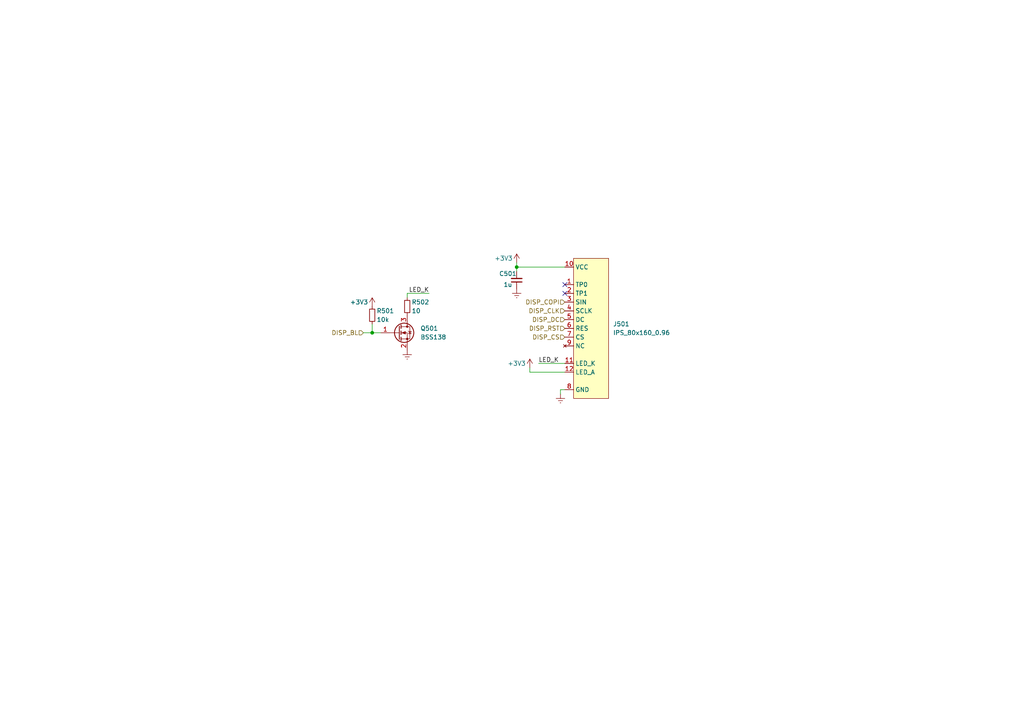
<source format=kicad_sch>
(kicad_sch (version 20211123) (generator eeschema)
  (paper "A4")
  (lib_symbols
    (symbol "Clock:IPS_80x160_0.96"
      (property "Reference" "J" (at 0 21.59 0))
      (property "Value" "IPS_80x160_0.96" (at 0 -21.59 0))
      (symbol "IPS_80x160_0.96_0_1"
        (rectangle (start -5.08 20.32) (end 5.08 -20.32) (fill (type background)))
      )
      (symbol "IPS_80x160_0.96_1_1"
        (pin input line (at -7.62 12.7 0) (length 2.54) (name "TP0") (number "1"))
        (pin input line (at -7.62 17.78 0) (length 2.54) (name "VCC") (number "10"))
        (pin input line (at -7.62 -10.16 0) (length 2.54) (name "LED_K") (number "11"))
        (pin input line (at -7.62 -12.7 0) (length 2.54) (name "LED_A") (number "12"))
        (pin input line (at -7.62 -17.78 0) (length 2.54) hide (name "GND") (number "13"))
        (pin input line (at -7.62 10.16 0) (length 2.54) (name "TP1") (number "2"))
        (pin input line (at -7.62 7.62 0) (length 2.54) (name "SIN") (number "3"))
        (pin input line (at -7.62 5.08 0) (length 2.54) (name "SCLK") (number "4"))
        (pin input line (at -7.62 2.54 0) (length 2.54) (name "DC") (number "5"))
        (pin input line (at -7.62 0 0) (length 2.54) (name "RES") (number "6"))
        (pin input line (at -7.62 -2.54 0) (length 2.54) (name "CS") (number "7"))
        (pin input line (at -7.62 -17.78 0) (length 2.54) (name "GND") (number "8"))
        (pin no_connect line (at -7.62 -5.08 0) (length 2.54) (name "NC") (number "9"))
      )
    )
    (symbol "Device:C_Small" (pin_numbers hide) (pin_names (offset 0.254) hide)
      (property "Reference" "C" (at 0.254 1.778 0))
      (property "Value" "C_Small" (at 0.254 -2.032 0))
      (symbol "C_Small_0_1"
        (polyline (pts (xy -1.524 -0.508) (xy 1.524 -0.508)) (stroke (width 0.3302)))
        (polyline (pts (xy -1.524 0.508) (xy 1.524 0.508)) (stroke (width 0.3048)))
      )
      (symbol "C_Small_1_1"
        (pin passive line (at 0 2.54 270) (length 2.032) (name "~") (number "1"))
        (pin passive line (at 0 -2.54 90) (length 2.032) (name "~") (number "2"))
      )
    )
    (symbol "Device:R_Small" (pin_numbers hide) (pin_names (offset 0.254) hide)
      (property "Reference" "R" (at 0.762 0.508 0))
      (property "Value" "R_Small" (at 0.762 -1.016 0))
      (symbol "R_Small_0_1"
        (rectangle (start -0.762 1.778) (end 0.762 -1.778) (stroke (width 0.2032)))
      )
      (symbol "R_Small_1_1"
        (pin passive line (at 0 2.54 270) (length 0.762) (name "~") (number "1"))
        (pin passive line (at 0 -2.54 90) (length 0.762) (name "~") (number "2"))
      )
    )
    (symbol "Transistor_FET:BSS138" (pin_names hide)
      (property "Reference" "Q" (at 5.08 1.905 0))
      (property "Value" "BSS138" (at 5.08 0 0))
      (symbol "BSS138_0_1"
        (polyline (pts (xy 0.254 0) (xy -2.54 0)))
        (polyline (pts (xy 0.254 1.905) (xy 0.254 -1.905)) (stroke (width 0.254)))
        (polyline (pts (xy 0.762 -1.27) (xy 0.762 -2.286)) (stroke (width 0.254)))
        (polyline (pts (xy 0.762 0.508) (xy 0.762 -0.508)) (stroke (width 0.254)))
        (polyline (pts (xy 0.762 2.286) (xy 0.762 1.27)) (stroke (width 0.254)))
        (polyline (pts (xy 2.54 2.54) (xy 2.54 1.778)))
        (polyline (pts (xy 2.54 -2.54) (xy 2.54 0) (xy 0.762 0)))
        (polyline (pts (xy 0.762 -1.778) (xy 3.302 -1.778) (xy 3.302 1.778) (xy 0.762 1.778)))
        (polyline (pts (xy 1.016 0) (xy 2.032 0.381) (xy 2.032 -0.381) (xy 1.016 0)) (fill (type outline)))
        (polyline (pts (xy 2.794 0.508) (xy 2.921 0.381) (xy 3.683 0.381) (xy 3.81 0.254)))
        (polyline (pts (xy 3.302 0.381) (xy 2.921 -0.254) (xy 3.683 -0.254) (xy 3.302 0.381)))
        (circle (center 1.651 0) (radius 2.794) (stroke (width 0.254)))
        (circle (center 2.54 -1.778) (radius 0.254) (fill (type outline)))
        (circle (center 2.54 1.778) (radius 0.254) (fill (type outline)))
      )
      (symbol "BSS138_1_1"
        (pin input line (at -5.08 0 0) (length 2.54) (name "G") (number "1"))
        (pin passive line (at 2.54 -5.08 90) (length 2.54) (name "S") (number "2"))
        (pin passive line (at 2.54 5.08 270) (length 2.54) (name "D") (number "3"))
      )
    )
    (symbol "power:+3V3" (power) (pin_names (offset 0))
      (property "Value" "+3V3" (at 0 3.556 0))
      (symbol "+3V3_0_1"
        (polyline (pts (xy -0.762 1.27) (xy 0 2.54)))
        (polyline (pts (xy 0 0) (xy 0 2.54)))
        (polyline (pts (xy 0 2.54) (xy 0.762 1.27)))
      )
      (symbol "+3V3_1_1"
        (pin power_in line (at 0 0 90) (length 0) hide (name "+3V3") (number "1"))
      )
    )
    (symbol "power:Earth" (power) (pin_names (offset 0))
      (symbol "Earth_0_1"
        (polyline (pts (xy -0.635 -1.905) (xy 0.635 -1.905)))
        (polyline (pts (xy -0.127 -2.54) (xy 0.127 -2.54)))
        (polyline (pts (xy 0 -1.27) (xy 0 0)))
        (polyline (pts (xy 1.27 -1.27) (xy -1.27 -1.27)))
      )
      (symbol "Earth_1_1"
        (pin power_in line (at 0 0 270) (length 0) hide (name "Earth") (number "1"))
      )
    )
  )
  (junction (at 149.86 77.47))
  (junction (at 107.95 96.52))
  (no_connect (at 163.83 85.09))
  (no_connect (at 163.83 82.55))
  (wire (pts (xy 162.56 114.3) (xy 162.56 113.03)))
  (wire (pts (xy 105.41 96.52) (xy 107.95 96.52)))
  (wire (pts (xy 118.11 85.09) (xy 118.11 86.36)))
  (wire (pts (xy 153.67 107.95) (xy 153.67 106.68)))
  (wire (pts (xy 149.86 77.47) (xy 163.83 77.47)))
  (wire (pts (xy 107.95 96.52) (xy 110.49 96.52)))
  (wire (pts (xy 107.95 93.98) (xy 107.95 96.52)))
  (wire (pts (xy 149.86 77.47) (xy 149.86 78.74)))
  (wire (pts (xy 163.83 107.95) (xy 153.67 107.95)))
  (wire (pts (xy 156.21 105.41) (xy 163.83 105.41)))
  (wire (pts (xy 162.56 113.03) (xy 163.83 113.03)))
  (wire (pts (xy 149.86 76.2) (xy 149.86 77.47)))
  (wire (pts (xy 124.46 85.09) (xy 118.11 85.09)))
  (label "LED_K" (at 156.21 105.41 0))
  (label "LED_K" (at 124.46 85.09 180))
  (hierarchical_label "DISP_CS" (shape input) (at 163.83 97.79 180))
  (hierarchical_label "DISP_RST" (shape input) (at 163.83 95.25 180))
  (hierarchical_label "DISP_DC" (shape input) (at 163.83 92.71 180))
  (hierarchical_label "DISP_COPI" (shape input) (at 163.83 87.63 180))
  (hierarchical_label "DISP_CLK" (shape input) (at 163.83 90.17 180))
  (hierarchical_label "DISP_BL" (shape input) (at 105.41 96.52 180))
  (symbol (lib_id "power:Earth") (at 162.56 114.3 0) (unit 1)
    (property "Reference" "#PWR0506" (effects hide))
    (property "Value" "Earth" (effects hide))
  )
  (symbol (lib_id "Device:R_Small") (at 118.11 88.9 180) (unit 1)
    (property "Reference" "R502" (at 119.38 87.63 0) (effects (justify right)))
    (property "Value" "10" (at 119.38 90.17 0) (effects (justify right)))
    (property "Footprint" "Resistor_SMD:R_0402_1005Metric" (effects hide))
  )
  (symbol (lib_id "Clock:IPS_80x160_0.96") (at 171.45 95.25 0) (unit 1)
    (property "Reference" "J501" (at 177.8 93.9799 0) (effects (justify left)))
    (property "Value" "IPS_80x160_0.96" (at 177.8 96.5199 0) (effects (justify left)))
    (property "Footprint" "clock:IPS_FPC-13" (effects hide))
  )
  (symbol (lib_id "power:+3V3") (at 149.86 76.2 0) (unit 1)
    (property "Reference" "#PWR0503" (effects hide))
    (property "Value" "+3V3" (at 146.05 74.93 0))
  )
  (symbol (lib_id "Device:C_Small") (at 149.86 81.28 0) (mirror x) (unit 1)
    (property "Reference" "C501" (at 149.86 79.375 0) (effects (justify right)))
    (property "Value" "1u" (at 148.59 82.55 0) (effects (justify right)))
    (property "Footprint" "Capacitor_SMD:C_0402_1005Metric" (effects hide))
  )
  (symbol (lib_id "Transistor_FET:BSS138") (at 115.57 96.52 0) (unit 1)
    (property "Reference" "Q501" (at 121.92 95.2499 0) (effects (justify left)))
    (property "Value" "BSS138" (at 121.92 97.7899 0) (effects (justify left)))
    (property "Footprint" "Package_TO_SOT_SMD:SOT-23" (effects hide))
    (property "Datasheet" "https://www.onsemi.com/pub/Collateral/BSS138-D.PDF" (effects hide))
  )
  (symbol (lib_id "power:Earth") (at 149.86 83.82 0) (unit 1)
    (property "Reference" "#PWR0504" (effects hide))
    (property "Value" "Earth" (effects hide))
  )
  (symbol (lib_id "power:Earth") (at 118.11 101.6 0) (unit 1)
    (property "Reference" "#PWR0502" (effects hide))
    (property "Value" "Earth" (effects hide))
  )
  (symbol (lib_id "power:+3V3") (at 107.95 88.9 0) (unit 1)
    (property "Reference" "#PWR0501" (effects hide))
    (property "Value" "+3V3" (at 104.14 87.63 0))
  )
  (symbol (lib_id "power:+3V3") (at 153.67 106.68 0) (unit 1)
    (property "Reference" "#PWR0505" (effects hide))
    (property "Value" "+3V3" (at 149.86 105.41 0))
  )
  (symbol (lib_id "Device:R_Small") (at 107.95 91.44 180) (unit 1)
    (property "Reference" "R501" (at 109.22 90.17 0) (effects (justify right)))
    (property "Value" "10k" (at 109.22 92.71 0) (effects (justify right)))
    (property "Footprint" "Resistor_SMD:R_0402_1005Metric" (effects hide))
  )
)
</source>
